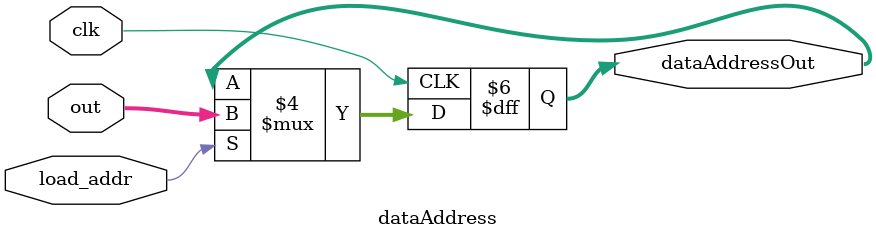
<source format=sv>
`define sR 5'b00000 // reset state, w = 1, s waiting to be changed to 1
`define sDecode 5'b00001 //decode state
`define sMOV1 5'b00010 //MOV state 
`define sMOV2 5'b00011 //MOV state
`define sA 5'b00100
`define sB 5'b00101
`define sC 5'b00110
`define sD 5'b00111
`define sM 5'b01000
`define sW 5'b01001
`define sIF1 5'b01010
`define sIF2 5'b01011 
`define sUpdatePC 5'b01100 
`define sLDRa 5'b01101 
`define sLDRb 5'b01110 
`define sLDRc 5'b01111 
`define sLDRd 5'b10000 
`define sLDRe 5'b10001 
`define sSTRa 5'b10010 
`define sSTRb 5'b10011 
`define sSTRc 5'b10100 
`define sSTRd 5'b10101 
`define sSTRe 5'b10110 
`define sSTRf 5'b10111 
`define sHALT 5'b11000 

module cpu(clk,reset,out,N,V,Z,mdata,mem_cmd,mem_addr);

    input clk, reset; //load = instruction register load 
    input [15:0] mdata;

    output[1:0] mem_cmd;
    output[8:0] mem_addr; 

    output [15:0] out;
    output N, V, Z;

    wire[2:0] nsel;
    wire[15:0] data_in, sximm5, sximm8;
    wire[2:0] opcode, Rd, Rm, Rn, Z_out, readnum, writenum;
    wire[1:0] op, shift, vsel;
    wire[15:0] mdata;
    wire write, loada, loadb, loadc, loads, asel, bsel;

    //lab7 additions
    wire[8:0] next_pc, PC, mem_addr, dataAddressOut;
    wire[8:0] plusOneOut;
    wire load_pc, reset_pc, addr_sel, load_ir, load_addr;
    wire[15:0] read_data;
    wire[1:0] mem_cmd;
    

    instructionRegister step1(mdata,load_ir,clk,data_in); //loads instruction 

    //program counter
    ProgramCounter programC(next_pc,load_pc,clk,PC); 

    //plus one 
     plusOne plus(PC,plusOneOut);

    /*always@(*)begin

    plusOneOut = PC + 1'b1; //just adds one if nothing as been set

    if(PC == 0) begin plusOneOut = 9'b000000001; end //makes sure when PC is initialized to 0, the next PC will be 1

    end*/

    //data address
    dataAddress updateDataAddress(load_addr,clk,out[8:0],dataAddressOut);

    //mux with reset_pc
    twoInputMultiplexer resetPC(reset_pc,{9'b000000000},plusOneOut,next_pc);

    //mux with addr_sel
    twoInputMultiplexer addressMUX(addr_sel,PC,dataAddressOut,mem_addr);

    instructionDecoder step2(data_in, nsel, op, opcode, sximm8, sximm5, shift, readnum, writenum, Rn, Rm, Rd); 

    stateMachine step3(reset, opcode, op, nsel,  vsel, asel, bsel, loada, loadb, loadc, loads, reset_pc, write, clk, load_ir, load_pc, addr_sel, mem_cmd, load_addr);

    datapath DP(clk, 
                readnum, //id = provided by instruction decoder
                vsel, //sm = provided by state machine
                loada, //sm
                loadb, //sm
                shift, //id
                asel, //sm
                bsel, //sm
                op, //id 
                loadc, //sm
                loads, //sm
                writenum, //id
                write, //sm
                sximm8, //id
                sximm5, //id
                mdata, //pre assigned below
                PC, //pre assigned below
                out,
                Z_out
             );

    assign V = Z_out[2]; //Overflow
    assign N = Z_out[1]; //Negative
    assign Z = Z_out[0]; //Zero 

endmodule

/*
STATES

sR: RESET/waiting state 
sDecode: Decoder state, checks opcode 
sMOV1: loads rB = Rm
sMOV2: loads rC = output value of ALU 
sDecode: state of decoding
sA: puts Rn in Ra
sB: performs the operation described by op 
sC: puts result R into Rd
sD: directly puts Rm into rB
sM: directly puts Rn into rA

*/
module stateMachine(reset, opcode, op, nsel, vsel, asel, bsel, loada, loadb, loadc, loads, reset_pc, write, clk, load_ir, load_pc, addr_sel, mem_cmd, load_addr);

    input reset, clk;
    input[2:0] opcode; //110 = MOV, 101 = ALU instructions 
    input[1:0] op; //ALUop if opcode is 101, MOV operations if not

    output [2:0] nsel;
    output [1:0] vsel, mem_cmd;
    output loada, loadb, loadc, loads, write, asel, bsel, reset_pc, load_ir, load_pc, addr_sel, load_addr; 

    reg [2:0] nsel;
    reg [1:0] vsel, mem_cmd;
    reg loada, loadb, loadc, loads, write, asel, bsel, load_ir, load_pc, addr_sel; 
    reg reset_pc, load_addr; //w is same as reset_pc
    reg[4:0] next_state, present_state; 
    reg[23:0] update;

    //updates all inputs, outputs, states onces clk is high
    always @(posedge clk) begin
        {next_state, write, loada, loadb, loadc, loads, asel, bsel, vsel, nsel, load_ir, load_pc, reset_pc, addr_sel, mem_cmd, load_addr} = update;
        present_state = next_state; 
    end

    //gets every input ready for the next state and handles instructions based on the present state 
    always @(*) begin 
        /*case(present_state)
            `sR: reset_pc = 1'b1;
            default: reset_pc = 1'b0; 
        endcase */
        casex({present_state, reset, opcode, op}) 

            {`sR,1'b1,3'bxxx,2'bxx}: update = {`sR,12'b000000000000,1'b0,1'b1, 1'b1, 1'b0, 2'b00, 1'b0}; //stay in reset state if reset is 1
            {`sR,1'b0,3'bxxx,2'bxx}: update = {`sIF1,12'b000000000000,1'b0,1'b1, 1'b1, 1'b1, 2'b01, 1'b0}; // go to IF1 state 

            {`sIF1,6'b0xxxxx}: update = {`sIF2,12'b000000000000,7'b1001010}; // mem_cmd is read mode (01) and addr_sel =0
            {`sIF2,6'b0xxxxx}: update =  {`sUpdatePC,19'b0000000000000100000};  //loads pc

            {`sUpdatePC,6'b0xxxxx}: update = {`sDecode, 19'b0000000000000000000}; //updates pc then go decode state

            {`sDecode,1'b0, 3'b110, 2'b10}: update = {`sMOV1,1'b1,1'b0,1'b0,1'b0,1'b0,1'b0,1'b0,2'b10,3'b001,7'b0000000}; //go to MOV Rn,#<im8> state
            {`sDecode,1'b0, 3'b110, 2'b00}: update = {`sMOV2,1'b0,1'b0,1'b1,1'b0,1'b0,1'b0,1'b0,2'b00,3'b100,7'b0000000}; //go to MOV Rd,Rm{,<sh_op>} state, move Rm into rB first, loadb = 1
            
            {`sDecode,1'b0, 3'b101, 2'b00}: update = {`sA,1'b0,1'b1,1'b0,1'b0,1'b0,1'b0,1'b0,2'b00,3'b001,7'b0000000}; //go to state getA, puts Rn in rA
            {`sDecode,1'b0, 3'b101, 2'b01}: update = {`sA,1'b0,1'b1,1'b0,1'b0,1'b0,1'b0,1'b0,2'b00,3'b001,7'b0000000}; //go to state getA, puts Rn in rA
            {`sDecode,1'b0, 3'b101, 2'b10}: update = {`sA,1'b0,1'b1,1'b0,1'b0,1'b0,1'b0,1'b0,2'b00,3'b001,7'b0000000}; //go to state getA, puts Rn in rA
            {`sDecode,1'b0, 3'b101, 2'b11}: update = {`sB,1'b0,1'b0,1'b1,1'b0,1'b0,1'b0,1'b0,2'b00,3'b100,7'b0000000}; //go to state getB, puts Rm in rB

            //lab 7 new decodes 011, 100, 111
            {`sDecode,1'b0, 3'b011, 2'b00}: update = {`sLDRa, 12'b010000000001,7'b0000000}; // nsel=001, loada=1
            {`sDecode,1'b0, 3'b100, 2'b00}: update = {`sSTRa, 12'b010000000001,7'b0000000}; // nsel=001, loada=1
            {`sDecode,1'b0, 3'b111, 2'bxx}: update = {`sHALT, 12'b000000000000,7'b0000000}; // mem_cmd = 10 (write) and addr_sel =0
            
            {`sA,1'b0,3'bxxx,2'bxx}: update = {`sB,1'b0,1'b0,1'b1,1'b0,1'b0,1'b0,1'b0,2'b00,3'b100,7'b0000000}; //go to state getB, puts Rm in rB 
            {`sB,1'b0,3'bxxx,2'bxx}: update = {`sC,1'b0,1'b0,1'b0,1'b1,1'b0,1'b0,1'b0,2'b00,3'b100,7'b0000000}; //go to state operation, loadc = 1
            {`sC,1'b0,3'bxxx,2'b00}: update = {`sD,1'b1,1'b0,1'b0,1'b0,1'b0,1'b0,1'b0,2'b00,3'b010,7'b0000000}; //puts R into Rd 
            {`sC,1'b0,3'bxxx,2'b10}: update = {`sD,1'b1,1'b0,1'b0,1'b0,1'b0,1'b0,1'b0,2'b00,3'b010,7'b0000000}; //puts R into Rd 
            {`sC,1'b0,3'bxxx,2'b11}: update = {`sD,1'b1,1'b0,1'b0,1'b0,1'b0,1'b0,1'b0,2'b00,3'b010,7'b0000000}; //puts R into Rd 
            {`sC,1'b0,3'b101,2'b01}: update = {`sM,1'b0,1'b0,1'b0,1'b0,1'b1,1'b0,1'b0,2'b00,3'b010,7'b0000000}; //Changes status, loads = 1 

            {`sM, 6'b0xxxxx}: update = {`sIF1, 12'b000000000000,7'b0001010}; //Loads value Rn into rA
            {`sD, 6'b0xxxxx}: update = {`sIF1, 12'b000000000000,7'b0001010};  //Loads value Rm into rB
            {`sMOV2, 6'b0xxx00}: update = {`sW,1'b0,1'b0,1'b0,1'b1,1'b0,1'b1,1'b0,2'b00,3'b100,7'b0000000}; //Sends value at rB through the ALU with Ain=0 and adds these values together, loads this value to register C, loadc = 1;
            {`sW, 6'b0xxx00}: update = {`sD,1'b1,1'b0,1'b0,1'b0,1'b0,1'b0,1'b0,2'b00,3'b010,7'b0000000}; //loada = 0, asel=0 , bsel=0, loadc=1 in previous step
            {`sMOV1, 6'b0xxxxx}: update = {5'b01010, 12'b000000000000,7'b0001010}; //Loads value Rm into rB

            //LDR
            {`sLDRa, 6'b0xxxxx}: update = {`sLDRb, 12'b000100100001,7'b0000000}; //loada=0, asel=0,bsel=1,loadc=1
            {`sLDRb, 6'b0xxxxx}: update = {`sLDRc, 12'b000000000001,7'b0000001}; // load_addr = 1
            {`sLDRc, 6'b0xxxxx}: update = {`sLDRd, 12'b000000000001,7'b0000010}; // addr_sel=0, mem_cmd = read
            {`sLDRd, 6'b0xxxxx}: update = {`sLDRe, 12'b100000011010,7'b0000010}; // vsel = 11, nsel = 010, write = 1
            {`sLDRe, 6'b0xxxxx}: update = {`sIF1, 12'b000000000010,7'b0001010}; // mem_cmd = write, addr_sel = 0

            //STR
            {`sSTRa, 6'b0xxxxx}: update = {`sSTRb, 12'b000100100001,7'b0000000}; // loada=0, asel=0, bsel=1, loadc=1
            {`sSTRb, 6'b0xxxxx}: update = {`sSTRc, 12'b000000000001,7'b0000001}; // load_addr = 1 
            {`sSTRc, 6'b0xxxxx}: update = {`sSTRd, 12'b001000000010,7'b0000000}; // nsel=010, loadb=1 
            {`sSTRd, 6'b0xxxxx}: update = {`sSTRe, 12'b000101000010,7'b0000000}; // asel = 1, loadc = 1
            {`sSTRe, 6'b0xxxxx}: update = {`sSTRf, 12'b000000000010,7'b0000100}; // output into Rd
            {`sSTRf, 6'b0xxxxx}: update = {`sIF1, 12'b000000000000,7'b0001010}; // Load Rm into rB

            //HALT
            {`sHALT, 6'b0111xx}: update = {`sHALT, 19'b0000000000000000000}; // HALT everything not activated

            {5'bxxxxx,1'b1,3'bxxx,2'bxx}: update = {`sR,12'b000000000000,1'b0,1'b1, 1'b1, 1'b0, 2'b00, 1'b0}; //reset = 1 -> go to reset state
            default: update = {`sIF1,12'b000000000000,1'b0,1'b1, 1'b1, 1'b1, 2'b01, 1'b0}; 
        endcase
    end

endmodule

//instruction register block
module instructionRegister(in,load,clk,out);

    input[15:0] in;
    input load, clk;
    output[15:0] out;
    reg[15:0] out;

    //if clk is high and load is 1, out gets updated to in 
    always @(posedge clk) begin
        case(load)
            1'b1: out = in;
            1'b0: out = out;
            default: out = 16'd0; 
        endcase
    end

endmodule

//takes input from instruction register block, and decodes the tasks to be done
//op is used interchangedably with ALUop as described by Table 1 
//can be used to MOV or perform ALU actions as described by Table 1
module instructionDecoder(in, nsel, op, opcode, sximm8, sximm5, shift, readnum, writenum, Rn, Rm, Rd);

    input[15:0] in;
    input[2:0] nsel;

    output[1:0] op, shift;
    output[2:0] opcode, writenum, readnum, Rn, Rm, Rd;
    output[15:0] sximm5, sximm8;

    wire[4:0] imm5;
    wire[7:0] imm8; 
    wire[2:0] R; //multiplexer output between Rn/Rm/Rd

    //chooses between Rn Rm Rd: 100 = Rm, 010 = Rd, 001 = Rn  
    threeInputMultiplexer decider(nsel, Rm, Rd, Rn, R); 

    //sign extension of imm5
    assign sximm5 = {{11{imm5[4]}},imm5[4:0]};

    //sigh extension of imm8
    assign sximm8 = {{8{imm8[7]}},imm8[7:0]};

    //immediate values 
    assign imm5 = in[4:0];
    assign imm8 = in[7:0];

    //Rn Rd Rm assignments
    assign Rn = in[10:8];
    assign Rd = in[7:5];
    assign Rm = in[2:0];

    //op and opcode
    assign opcode = in[15:13];
    assign op = in[12:11];

    //shift
    assign shift = in[4:3];

    //readnum and writenum
    assign readnum = R;
    assign writenum = R;

endmodule 

//three input multiplexer used in instruction decoder for Rd Rm Rn
module threeInputMultiplexer(sel, in2, in1, in0, out);

    input[2:0] in2, in1, in0, sel;
    output[2:0] out; 
    reg[2:0] out;

    always @(*) begin
        case(sel)
            3'b100: out = in2;
            3'b010: out = in1;
            3'b001: out = in0;
            default: out = 3'bxxx; 
        endcase
    end

endmodule 

//for 9 bits bus
module twoInputMultiplexer(sel,in1,in0,out);

    input sel;
    input[8:0] in1, in0;

    output reg[8:0] out;

    always @(*) begin
        case(sel)
            1'b1: out = in1;
            1'b0: out = in0;
            default: out = 9'bxxxxxxxxx;
        endcase
    end
endmodule

//program counter
module ProgramCounter(next_pc,load_pc,clk,PC);

    input clk, load_pc;
    input[8:0] next_pc;

    output reg[8:0] PC;

    always @(posedge clk) begin
        if(load_pc == 1'b1) begin
            PC = next_pc;
        end
        else begin 
            PC = PC;
        end
    end
endmodule 

//plus one block
module plusOne(PC,plusOneOut);
    
    input[8:0] PC;
    output reg[8:0] plusOneOut;

    always_comb begin 
        plusOneOut = PC + 9'b000000001;
    end
endmodule 

module dataAddress(load_addr,clk,out,dataAddressOut);
    
    input load_addr, clk;
    input[8:0] out;
    output reg[8:0] dataAddressOut;

    always @(posedge clk) begin
        if(load_addr == 1'b1) begin
            dataAddressOut = out;
        end
        else begin
            dataAddressOut = dataAddressOut; 
        end
    end
endmodule 

</source>
